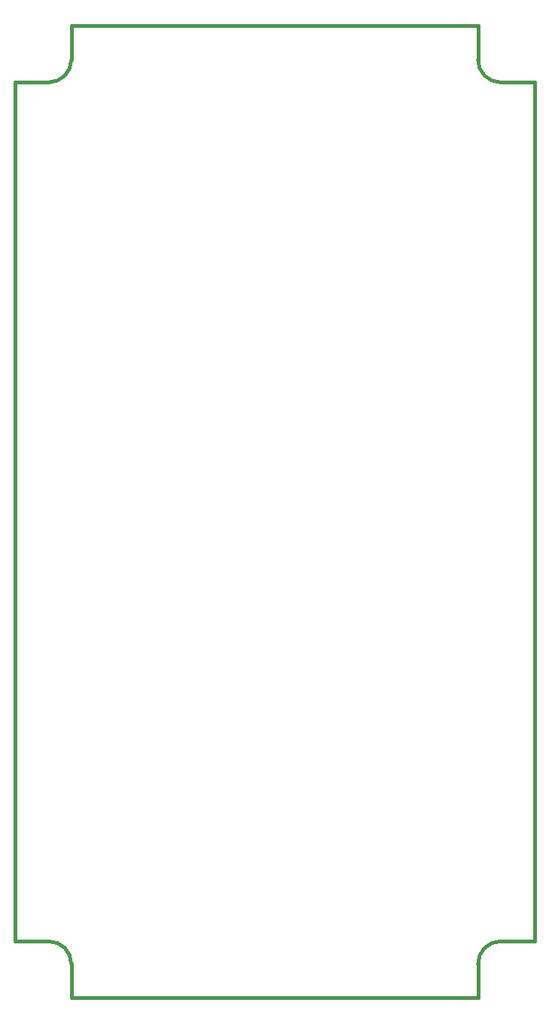
<source format=gbr>
G04 #@! TF.GenerationSoftware,KiCad,Pcbnew,5.1.6-c6e7f7d~87~ubuntu19.10.1*
G04 #@! TF.CreationDate,2023-02-06T06:58:50+06:00*
G04 #@! TF.ProjectId,____________r2a_down-tuned,3a3e3f3a-305f-4373-953c-3b385f723261,2A*
G04 #@! TF.SameCoordinates,Original*
G04 #@! TF.FileFunction,Profile,NP*
%FSLAX46Y46*%
G04 Gerber Fmt 4.6, Leading zero omitted, Abs format (unit mm)*
G04 Created by KiCad (PCBNEW 5.1.6-c6e7f7d~87~ubuntu19.10.1) date 2023-02-06 06:58:50*
%MOMM*%
%LPD*%
G01*
G04 APERTURE LIST*
G04 #@! TA.AperFunction,Profile*
%ADD10C,0.400000*%
G04 #@! TD*
G04 APERTURE END LIST*
D10*
X82550000Y-97790000D02*
G75*
G02*
X80010000Y-100330000I-2540000J0D01*
G01*
X130810000Y-100330000D02*
G75*
G02*
X128270000Y-97790000I0J2540000D01*
G01*
X80010000Y-196850000D02*
G75*
G02*
X82550000Y-199390000I0J-2540000D01*
G01*
X128270000Y-199390000D02*
G75*
G02*
X130810000Y-196850000I2540000J0D01*
G01*
X128270000Y-199390000D02*
X128270000Y-203200000D01*
X82550000Y-199390000D02*
X82550000Y-203200000D01*
X130810000Y-196850000D02*
X134620000Y-196850000D01*
X76200000Y-196850000D02*
X80010000Y-196850000D01*
X128270000Y-93980000D02*
X128270000Y-97790000D01*
X82550000Y-93980000D02*
X82550000Y-97790000D01*
X130810000Y-100330000D02*
X134620000Y-100330000D01*
X76200000Y-100330000D02*
X80010000Y-100330000D01*
X134620000Y-100330000D02*
X134620000Y-196850000D01*
X76200000Y-100330000D02*
X76200000Y-196850000D01*
X82550000Y-203200000D02*
X128270000Y-203200000D01*
X82550000Y-93980000D02*
X128270000Y-93980000D01*
M02*

</source>
